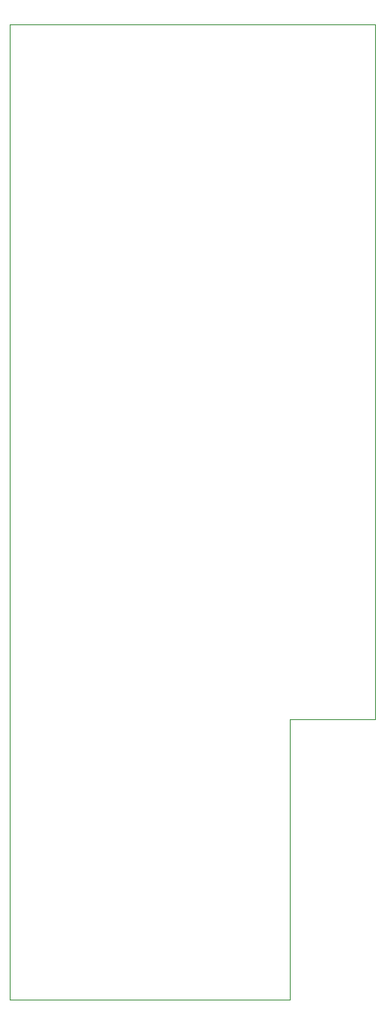
<source format=gbr>
G04 #@! TF.GenerationSoftware,KiCad,Pcbnew,(5.1.10)-1*
G04 #@! TF.CreationDate,2022-12-08T17:23:54+01:00*
G04 #@! TF.ProjectId,S&H Main,53264820-4d61-4696-9e2e-6b696361645f,rev?*
G04 #@! TF.SameCoordinates,Original*
G04 #@! TF.FileFunction,Profile,NP*
%FSLAX46Y46*%
G04 Gerber Fmt 4.6, Leading zero omitted, Abs format (unit mm)*
G04 Created by KiCad (PCBNEW (5.1.10)-1) date 2022-12-08 17:23:54*
%MOMM*%
%LPD*%
G01*
G04 APERTURE LIST*
G04 #@! TA.AperFunction,Profile*
%ADD10C,0.050000*%
G04 #@! TD*
G04 APERTURE END LIST*
D10*
X29210000Y-72390000D02*
X38100000Y-72390000D01*
X29210000Y-101600000D02*
X29210000Y-72390000D01*
X0Y-101600000D02*
X0Y0D01*
X29210000Y-101600000D02*
X0Y-101600000D01*
X38100000Y0D02*
X38100000Y-72390000D01*
X0Y0D02*
X38100000Y0D01*
M02*

</source>
